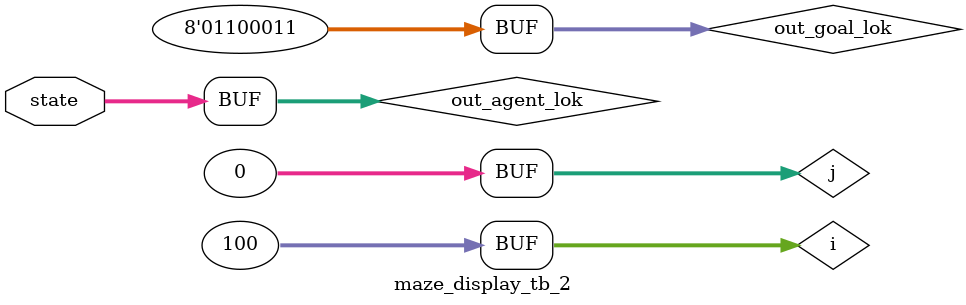
<source format=v>
module maze_display_tb_2(input [7:0] state);
   
   reg [3:0] in_map_maze[0:99];
   reg [7:0] out_agent_lok, out_goal_lok ;
   integer i;
   integer j;
   initial
   begin
   out_agent_lok = 8'b00000000;
   out_goal_lok = 8'b01100011;
   end
   always @(state)
      begin
      out_agent_lok = state; 
	  j=0;
		for (i=0; i < 100; i=i+1)
		begin
			if (i == out_agent_lok)
			  begin
				$write(" 1 ");
			end else if (i == out_goal_lok)
			  begin
				$write(" 2 ");
			end else
			  begin
				$write(" 0 ");
			end
			if ( j == 4'b1001 )
			  begin
				$display("");
				j = 0;
			end else begin
				j = j+1;
			end
		end
      end
endmodule

</source>
